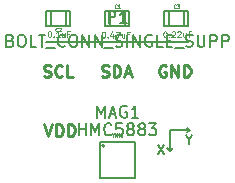
<source format=gto>
G04 (created by PCBNEW (2013-07-07 BZR 4022)-stable) date 8/5/2015 3:42:45 PM*
%MOIN*%
G04 Gerber Fmt 3.4, Leading zero omitted, Abs format*
%FSLAX34Y34*%
G01*
G70*
G90*
G04 APERTURE LIST*
%ADD10C,0.00590551*%
%ADD11C,0.0075*%
%ADD12C,0.00393701*%
%ADD13C,0.00295276*%
%ADD14C,0.00492126*%
%ADD15C,0.00984252*%
%ADD16C,0.005*%
%ADD17C,0.0024*%
G04 APERTURE END LIST*
G54D10*
G54D11*
X81129Y-58385D02*
X81129Y-58528D01*
X81029Y-58228D02*
X81129Y-58385D01*
X81229Y-58228D01*
X80090Y-58564D02*
X80290Y-58864D01*
X80290Y-58564D02*
X80090Y-58864D01*
G54D10*
X80504Y-58745D02*
X80608Y-58641D01*
G54D12*
X80395Y-58652D02*
X80395Y-58649D01*
G54D10*
X80494Y-58751D02*
X80395Y-58652D01*
X80495Y-58053D02*
X80495Y-58752D01*
X81150Y-58057D02*
X81073Y-58134D01*
X81146Y-58056D02*
X81079Y-57989D01*
X80501Y-58055D02*
X81144Y-58055D01*
G54D13*
X78593Y-58215D02*
X78593Y-58271D01*
X78554Y-58153D02*
X78593Y-58215D01*
X78633Y-58153D01*
X78661Y-58153D02*
X78740Y-58271D01*
X78740Y-58153D02*
X78661Y-58271D01*
X78785Y-58271D02*
X78785Y-58153D01*
X78852Y-58271D01*
X78852Y-58153D01*
X78908Y-58271D02*
X78908Y-58193D01*
X78908Y-58153D02*
X78903Y-58159D01*
X78908Y-58164D01*
X78914Y-58159D01*
X78908Y-58153D01*
X78908Y-58164D01*
G54D14*
X80319Y-54764D02*
X80337Y-54764D01*
X80356Y-54774D01*
X80365Y-54783D01*
X80375Y-54802D01*
X80384Y-54839D01*
X80384Y-54886D01*
X80375Y-54924D01*
X80365Y-54942D01*
X80356Y-54952D01*
X80337Y-54961D01*
X80319Y-54961D01*
X80300Y-54952D01*
X80290Y-54942D01*
X80281Y-54924D01*
X80272Y-54886D01*
X80272Y-54839D01*
X80281Y-54802D01*
X80290Y-54783D01*
X80300Y-54774D01*
X80319Y-54764D01*
X80469Y-54942D02*
X80478Y-54952D01*
X80469Y-54961D01*
X80459Y-54952D01*
X80469Y-54942D01*
X80469Y-54961D01*
X80553Y-54783D02*
X80562Y-54774D01*
X80581Y-54764D01*
X80628Y-54764D01*
X80647Y-54774D01*
X80656Y-54783D01*
X80665Y-54802D01*
X80665Y-54820D01*
X80656Y-54849D01*
X80544Y-54961D01*
X80665Y-54961D01*
X80740Y-54783D02*
X80750Y-54774D01*
X80769Y-54764D01*
X80815Y-54764D01*
X80834Y-54774D01*
X80844Y-54783D01*
X80853Y-54802D01*
X80853Y-54820D01*
X80844Y-54849D01*
X80731Y-54961D01*
X80853Y-54961D01*
X81022Y-54830D02*
X81022Y-54961D01*
X80937Y-54830D02*
X80937Y-54933D01*
X80947Y-54952D01*
X80965Y-54961D01*
X80994Y-54961D01*
X81012Y-54952D01*
X81022Y-54942D01*
X81181Y-54858D02*
X81115Y-54858D01*
X81115Y-54961D02*
X81115Y-54764D01*
X81209Y-54764D01*
X78269Y-54774D02*
X78288Y-54774D01*
X78307Y-54783D01*
X78316Y-54793D01*
X78326Y-54812D01*
X78335Y-54849D01*
X78335Y-54896D01*
X78326Y-54933D01*
X78316Y-54952D01*
X78307Y-54962D01*
X78288Y-54971D01*
X78269Y-54971D01*
X78251Y-54962D01*
X78241Y-54952D01*
X78232Y-54933D01*
X78223Y-54896D01*
X78223Y-54849D01*
X78232Y-54812D01*
X78241Y-54793D01*
X78251Y-54783D01*
X78269Y-54774D01*
X78419Y-54952D02*
X78429Y-54962D01*
X78419Y-54971D01*
X78410Y-54962D01*
X78419Y-54952D01*
X78419Y-54971D01*
X78597Y-54840D02*
X78597Y-54971D01*
X78551Y-54765D02*
X78504Y-54905D01*
X78626Y-54905D01*
X78682Y-54774D02*
X78813Y-54774D01*
X78729Y-54971D01*
X78972Y-54840D02*
X78972Y-54971D01*
X78888Y-54840D02*
X78888Y-54943D01*
X78897Y-54962D01*
X78916Y-54971D01*
X78944Y-54971D01*
X78963Y-54962D01*
X78972Y-54952D01*
X79132Y-54868D02*
X79066Y-54868D01*
X79066Y-54971D02*
X79066Y-54774D01*
X79160Y-54774D01*
X76469Y-54756D02*
X76488Y-54756D01*
X76507Y-54766D01*
X76516Y-54775D01*
X76526Y-54794D01*
X76535Y-54831D01*
X76535Y-54878D01*
X76526Y-54916D01*
X76516Y-54934D01*
X76507Y-54944D01*
X76488Y-54953D01*
X76469Y-54953D01*
X76451Y-54944D01*
X76441Y-54934D01*
X76432Y-54916D01*
X76423Y-54878D01*
X76423Y-54831D01*
X76432Y-54794D01*
X76441Y-54775D01*
X76451Y-54766D01*
X76469Y-54756D01*
X76619Y-54934D02*
X76629Y-54944D01*
X76619Y-54953D01*
X76610Y-54944D01*
X76619Y-54934D01*
X76619Y-54953D01*
X76816Y-54953D02*
X76704Y-54953D01*
X76760Y-54953D02*
X76760Y-54756D01*
X76741Y-54784D01*
X76723Y-54803D01*
X76704Y-54813D01*
X76985Y-54822D02*
X76985Y-54953D01*
X76901Y-54822D02*
X76901Y-54925D01*
X76910Y-54944D01*
X76929Y-54953D01*
X76957Y-54953D01*
X76976Y-54944D01*
X76985Y-54934D01*
X77144Y-54850D02*
X77079Y-54850D01*
X77079Y-54953D02*
X77079Y-54756D01*
X77172Y-54756D01*
G54D15*
X76305Y-57866D02*
X76437Y-58259D01*
X76568Y-57866D01*
X76699Y-58259D02*
X76699Y-57866D01*
X76793Y-57866D01*
X76849Y-57884D01*
X76886Y-57922D01*
X76905Y-57959D01*
X76924Y-58034D01*
X76924Y-58091D01*
X76905Y-58166D01*
X76886Y-58203D01*
X76849Y-58241D01*
X76793Y-58259D01*
X76699Y-58259D01*
X77093Y-58259D02*
X77093Y-57866D01*
X77186Y-57866D01*
X77243Y-57884D01*
X77280Y-57922D01*
X77299Y-57959D01*
X77318Y-58034D01*
X77318Y-58091D01*
X77299Y-58166D01*
X77280Y-58203D01*
X77243Y-58241D01*
X77186Y-58259D01*
X77093Y-58259D01*
X80359Y-55914D02*
X80321Y-55895D01*
X80265Y-55895D01*
X80209Y-55914D01*
X80172Y-55951D01*
X80153Y-55989D01*
X80134Y-56064D01*
X80134Y-56120D01*
X80153Y-56195D01*
X80172Y-56233D01*
X80209Y-56270D01*
X80265Y-56289D01*
X80303Y-56289D01*
X80359Y-56270D01*
X80378Y-56251D01*
X80378Y-56120D01*
X80303Y-56120D01*
X80546Y-56289D02*
X80546Y-55895D01*
X80771Y-56289D01*
X80771Y-55895D01*
X80959Y-56289D02*
X80959Y-55895D01*
X81053Y-55895D01*
X81109Y-55914D01*
X81146Y-55951D01*
X81165Y-55989D01*
X81184Y-56064D01*
X81184Y-56120D01*
X81165Y-56195D01*
X81146Y-56233D01*
X81109Y-56270D01*
X81053Y-56289D01*
X80959Y-56289D01*
X78222Y-56260D02*
X78278Y-56279D01*
X78372Y-56279D01*
X78410Y-56260D01*
X78428Y-56241D01*
X78447Y-56204D01*
X78447Y-56166D01*
X78428Y-56129D01*
X78410Y-56110D01*
X78372Y-56091D01*
X78297Y-56073D01*
X78260Y-56054D01*
X78241Y-56035D01*
X78222Y-55998D01*
X78222Y-55960D01*
X78241Y-55923D01*
X78260Y-55904D01*
X78297Y-55885D01*
X78391Y-55885D01*
X78447Y-55904D01*
X78616Y-56279D02*
X78616Y-55885D01*
X78710Y-55885D01*
X78766Y-55904D01*
X78803Y-55941D01*
X78822Y-55979D01*
X78841Y-56054D01*
X78841Y-56110D01*
X78822Y-56185D01*
X78803Y-56223D01*
X78766Y-56260D01*
X78710Y-56279D01*
X78616Y-56279D01*
X78991Y-56166D02*
X79178Y-56166D01*
X78953Y-56279D02*
X79085Y-55885D01*
X79216Y-56279D01*
X76291Y-56260D02*
X76347Y-56279D01*
X76441Y-56279D01*
X76478Y-56260D01*
X76497Y-56241D01*
X76516Y-56204D01*
X76516Y-56166D01*
X76497Y-56129D01*
X76478Y-56110D01*
X76441Y-56091D01*
X76366Y-56073D01*
X76328Y-56054D01*
X76309Y-56035D01*
X76291Y-55998D01*
X76291Y-55960D01*
X76309Y-55923D01*
X76328Y-55904D01*
X76366Y-55885D01*
X76459Y-55885D01*
X76516Y-55904D01*
X76909Y-56241D02*
X76891Y-56260D01*
X76834Y-56279D01*
X76797Y-56279D01*
X76741Y-56260D01*
X76703Y-56223D01*
X76684Y-56185D01*
X76666Y-56110D01*
X76666Y-56054D01*
X76684Y-55979D01*
X76703Y-55941D01*
X76741Y-55904D01*
X76797Y-55885D01*
X76834Y-55885D01*
X76891Y-55904D01*
X76909Y-55923D01*
X77266Y-56279D02*
X77078Y-56279D01*
X77078Y-55885D01*
G54D10*
X76377Y-55118D02*
X81102Y-55118D01*
X78149Y-58464D02*
X79330Y-58464D01*
X79330Y-58464D02*
X79330Y-59645D01*
X79330Y-59645D02*
X78149Y-59645D01*
X78149Y-59645D02*
X78149Y-58464D01*
X78149Y-58464D02*
X78149Y-58661D01*
X78307Y-58582D02*
G75*
G03X78307Y-58582I-39J0D01*
G74*
G01*
X78149Y-59055D02*
X78149Y-58858D01*
X78149Y-59055D02*
X78149Y-58464D01*
X78149Y-58464D02*
X79330Y-58464D01*
X79330Y-58464D02*
X79330Y-59055D01*
X79330Y-59055D02*
X79330Y-59645D01*
X79330Y-59645D02*
X78149Y-59645D01*
X78149Y-59645D02*
X78149Y-59055D01*
G54D16*
X76521Y-54580D02*
X76521Y-54080D01*
X77021Y-54580D02*
X77021Y-54090D01*
X77171Y-54580D02*
X76371Y-54580D01*
X76371Y-54580D02*
X76371Y-54080D01*
X76371Y-54080D02*
X77171Y-54080D01*
X77171Y-54080D02*
X77171Y-54580D01*
X80958Y-54080D02*
X80958Y-54580D01*
X80458Y-54080D02*
X80458Y-54570D01*
X80308Y-54080D02*
X81108Y-54080D01*
X81108Y-54080D02*
X81108Y-54580D01*
X81108Y-54580D02*
X80308Y-54580D01*
X80308Y-54580D02*
X80308Y-54080D01*
X78990Y-54080D02*
X78990Y-54580D01*
X78490Y-54080D02*
X78490Y-54570D01*
X78340Y-54080D02*
X79140Y-54080D01*
X79140Y-54080D02*
X79140Y-54580D01*
X79140Y-54580D02*
X78340Y-54580D01*
X78340Y-54580D02*
X78340Y-54080D01*
G54D10*
X78449Y-54490D02*
X78449Y-54096D01*
X78599Y-54096D01*
X78637Y-54115D01*
X78655Y-54133D01*
X78674Y-54171D01*
X78674Y-54227D01*
X78655Y-54265D01*
X78637Y-54283D01*
X78599Y-54302D01*
X78449Y-54302D01*
X79049Y-54490D02*
X78824Y-54490D01*
X78937Y-54490D02*
X78937Y-54096D01*
X78899Y-54152D01*
X78862Y-54190D01*
X78824Y-54208D01*
X75178Y-55071D02*
X75234Y-55089D01*
X75253Y-55108D01*
X75271Y-55146D01*
X75271Y-55202D01*
X75253Y-55239D01*
X75234Y-55258D01*
X75196Y-55277D01*
X75046Y-55277D01*
X75046Y-54883D01*
X75178Y-54883D01*
X75215Y-54902D01*
X75234Y-54921D01*
X75253Y-54958D01*
X75253Y-54996D01*
X75234Y-55033D01*
X75215Y-55052D01*
X75178Y-55071D01*
X75046Y-55071D01*
X75515Y-54883D02*
X75590Y-54883D01*
X75628Y-54902D01*
X75665Y-54940D01*
X75684Y-55014D01*
X75684Y-55146D01*
X75665Y-55221D01*
X75628Y-55258D01*
X75590Y-55277D01*
X75515Y-55277D01*
X75478Y-55258D01*
X75440Y-55221D01*
X75421Y-55146D01*
X75421Y-55014D01*
X75440Y-54940D01*
X75478Y-54902D01*
X75515Y-54883D01*
X76040Y-55277D02*
X75853Y-55277D01*
X75853Y-54883D01*
X76115Y-54883D02*
X76340Y-54883D01*
X76227Y-55277D02*
X76227Y-54883D01*
X76377Y-55314D02*
X76677Y-55314D01*
X76996Y-55239D02*
X76977Y-55258D01*
X76921Y-55277D01*
X76884Y-55277D01*
X76827Y-55258D01*
X76790Y-55221D01*
X76771Y-55183D01*
X76752Y-55108D01*
X76752Y-55052D01*
X76771Y-54977D01*
X76790Y-54940D01*
X76827Y-54902D01*
X76884Y-54883D01*
X76921Y-54883D01*
X76977Y-54902D01*
X76996Y-54921D01*
X77240Y-54883D02*
X77315Y-54883D01*
X77352Y-54902D01*
X77390Y-54940D01*
X77409Y-55014D01*
X77409Y-55146D01*
X77390Y-55221D01*
X77352Y-55258D01*
X77315Y-55277D01*
X77240Y-55277D01*
X77202Y-55258D01*
X77165Y-55221D01*
X77146Y-55146D01*
X77146Y-55014D01*
X77165Y-54940D01*
X77202Y-54902D01*
X77240Y-54883D01*
X77577Y-55277D02*
X77577Y-54883D01*
X77802Y-55277D01*
X77802Y-54883D01*
X77990Y-55277D02*
X77990Y-54883D01*
X78215Y-55277D01*
X78215Y-54883D01*
X78308Y-55314D02*
X78608Y-55314D01*
X78683Y-55258D02*
X78740Y-55277D01*
X78833Y-55277D01*
X78871Y-55258D01*
X78890Y-55239D01*
X78908Y-55202D01*
X78908Y-55164D01*
X78890Y-55127D01*
X78871Y-55108D01*
X78833Y-55089D01*
X78758Y-55071D01*
X78721Y-55052D01*
X78702Y-55033D01*
X78683Y-54996D01*
X78683Y-54958D01*
X78702Y-54921D01*
X78721Y-54902D01*
X78758Y-54883D01*
X78852Y-54883D01*
X78908Y-54902D01*
X79077Y-55277D02*
X79077Y-54883D01*
X79265Y-55277D02*
X79265Y-54883D01*
X79490Y-55277D01*
X79490Y-54883D01*
X79883Y-54902D02*
X79846Y-54883D01*
X79790Y-54883D01*
X79733Y-54902D01*
X79696Y-54940D01*
X79677Y-54977D01*
X79658Y-55052D01*
X79658Y-55108D01*
X79677Y-55183D01*
X79696Y-55221D01*
X79733Y-55258D01*
X79790Y-55277D01*
X79827Y-55277D01*
X79883Y-55258D01*
X79902Y-55239D01*
X79902Y-55108D01*
X79827Y-55108D01*
X80258Y-55277D02*
X80071Y-55277D01*
X80071Y-54883D01*
X80389Y-55071D02*
X80521Y-55071D01*
X80577Y-55277D02*
X80389Y-55277D01*
X80389Y-54883D01*
X80577Y-54883D01*
X80652Y-55314D02*
X80952Y-55314D01*
X81027Y-55258D02*
X81083Y-55277D01*
X81177Y-55277D01*
X81214Y-55258D01*
X81233Y-55239D01*
X81252Y-55202D01*
X81252Y-55164D01*
X81233Y-55127D01*
X81214Y-55108D01*
X81177Y-55089D01*
X81102Y-55071D01*
X81064Y-55052D01*
X81046Y-55033D01*
X81027Y-54996D01*
X81027Y-54958D01*
X81046Y-54921D01*
X81064Y-54902D01*
X81102Y-54883D01*
X81196Y-54883D01*
X81252Y-54902D01*
X81421Y-54883D02*
X81421Y-55202D01*
X81439Y-55239D01*
X81458Y-55258D01*
X81496Y-55277D01*
X81571Y-55277D01*
X81608Y-55258D01*
X81627Y-55239D01*
X81646Y-55202D01*
X81646Y-54883D01*
X81833Y-55277D02*
X81833Y-54883D01*
X81983Y-54883D01*
X82020Y-54902D01*
X82039Y-54921D01*
X82058Y-54958D01*
X82058Y-55014D01*
X82039Y-55052D01*
X82020Y-55071D01*
X81983Y-55089D01*
X81833Y-55089D01*
X82227Y-55277D02*
X82227Y-54883D01*
X82377Y-54883D01*
X82414Y-54902D01*
X82433Y-54921D01*
X82452Y-54958D01*
X82452Y-55014D01*
X82433Y-55052D01*
X82414Y-55071D01*
X82377Y-55089D01*
X82227Y-55089D01*
X78055Y-57639D02*
X78055Y-57245D01*
X78187Y-57527D01*
X78318Y-57245D01*
X78318Y-57639D01*
X78487Y-57527D02*
X78674Y-57527D01*
X78449Y-57639D02*
X78580Y-57245D01*
X78712Y-57639D01*
X79049Y-57264D02*
X79011Y-57245D01*
X78955Y-57245D01*
X78899Y-57264D01*
X78862Y-57302D01*
X78843Y-57339D01*
X78824Y-57414D01*
X78824Y-57470D01*
X78843Y-57545D01*
X78862Y-57583D01*
X78899Y-57620D01*
X78955Y-57639D01*
X78993Y-57639D01*
X79049Y-57620D01*
X79068Y-57602D01*
X79068Y-57470D01*
X78993Y-57470D01*
X79443Y-57639D02*
X79218Y-57639D01*
X79330Y-57639D02*
X79330Y-57245D01*
X79293Y-57302D01*
X79255Y-57339D01*
X79218Y-57358D01*
X77455Y-58230D02*
X77455Y-57836D01*
X77455Y-58023D02*
X77680Y-58023D01*
X77680Y-58230D02*
X77680Y-57836D01*
X77868Y-58230D02*
X77868Y-57836D01*
X77999Y-58117D01*
X78130Y-57836D01*
X78130Y-58230D01*
X78543Y-58192D02*
X78524Y-58211D01*
X78468Y-58230D01*
X78430Y-58230D01*
X78374Y-58211D01*
X78337Y-58173D01*
X78318Y-58136D01*
X78299Y-58061D01*
X78299Y-58005D01*
X78318Y-57930D01*
X78337Y-57892D01*
X78374Y-57855D01*
X78430Y-57836D01*
X78468Y-57836D01*
X78524Y-57855D01*
X78543Y-57874D01*
X78899Y-57836D02*
X78712Y-57836D01*
X78693Y-58023D01*
X78712Y-58005D01*
X78749Y-57986D01*
X78843Y-57986D01*
X78880Y-58005D01*
X78899Y-58023D01*
X78918Y-58061D01*
X78918Y-58155D01*
X78899Y-58192D01*
X78880Y-58211D01*
X78843Y-58230D01*
X78749Y-58230D01*
X78712Y-58211D01*
X78693Y-58192D01*
X79143Y-58005D02*
X79105Y-57986D01*
X79086Y-57967D01*
X79068Y-57930D01*
X79068Y-57911D01*
X79086Y-57874D01*
X79105Y-57855D01*
X79143Y-57836D01*
X79218Y-57836D01*
X79255Y-57855D01*
X79274Y-57874D01*
X79293Y-57911D01*
X79293Y-57930D01*
X79274Y-57967D01*
X79255Y-57986D01*
X79218Y-58005D01*
X79143Y-58005D01*
X79105Y-58023D01*
X79086Y-58042D01*
X79068Y-58080D01*
X79068Y-58155D01*
X79086Y-58192D01*
X79105Y-58211D01*
X79143Y-58230D01*
X79218Y-58230D01*
X79255Y-58211D01*
X79274Y-58192D01*
X79293Y-58155D01*
X79293Y-58080D01*
X79274Y-58042D01*
X79255Y-58023D01*
X79218Y-58005D01*
X79518Y-58005D02*
X79480Y-57986D01*
X79461Y-57967D01*
X79443Y-57930D01*
X79443Y-57911D01*
X79461Y-57874D01*
X79480Y-57855D01*
X79518Y-57836D01*
X79593Y-57836D01*
X79630Y-57855D01*
X79649Y-57874D01*
X79668Y-57911D01*
X79668Y-57930D01*
X79649Y-57967D01*
X79630Y-57986D01*
X79593Y-58005D01*
X79518Y-58005D01*
X79480Y-58023D01*
X79461Y-58042D01*
X79443Y-58080D01*
X79443Y-58155D01*
X79461Y-58192D01*
X79480Y-58211D01*
X79518Y-58230D01*
X79593Y-58230D01*
X79630Y-58211D01*
X79649Y-58192D01*
X79668Y-58155D01*
X79668Y-58080D01*
X79649Y-58042D01*
X79630Y-58023D01*
X79593Y-58005D01*
X79799Y-57836D02*
X80043Y-57836D01*
X79911Y-57986D01*
X79968Y-57986D01*
X80005Y-58005D01*
X80024Y-58023D01*
X80043Y-58061D01*
X80043Y-58155D01*
X80024Y-58192D01*
X80005Y-58211D01*
X79968Y-58230D01*
X79855Y-58230D01*
X79818Y-58211D01*
X79799Y-58192D01*
G54D17*
X76751Y-54757D02*
X76746Y-54762D01*
X76729Y-54768D01*
X76718Y-54768D01*
X76701Y-54762D01*
X76690Y-54751D01*
X76684Y-54740D01*
X76678Y-54717D01*
X76678Y-54701D01*
X76684Y-54678D01*
X76690Y-54667D01*
X76701Y-54656D01*
X76718Y-54650D01*
X76729Y-54650D01*
X76746Y-54656D01*
X76751Y-54661D01*
X76796Y-54661D02*
X76802Y-54656D01*
X76813Y-54650D01*
X76841Y-54650D01*
X76853Y-54656D01*
X76858Y-54661D01*
X76864Y-54672D01*
X76864Y-54684D01*
X76858Y-54701D01*
X76791Y-54768D01*
X76864Y-54768D01*
X80688Y-53977D02*
X80683Y-53982D01*
X80666Y-53988D01*
X80655Y-53988D01*
X80638Y-53982D01*
X80627Y-53971D01*
X80621Y-53960D01*
X80615Y-53937D01*
X80615Y-53921D01*
X80621Y-53898D01*
X80627Y-53887D01*
X80638Y-53876D01*
X80655Y-53870D01*
X80666Y-53870D01*
X80683Y-53876D01*
X80688Y-53881D01*
X80728Y-53870D02*
X80801Y-53870D01*
X80762Y-53915D01*
X80778Y-53915D01*
X80790Y-53921D01*
X80795Y-53926D01*
X80801Y-53937D01*
X80801Y-53965D01*
X80795Y-53977D01*
X80790Y-53982D01*
X80778Y-53988D01*
X80745Y-53988D01*
X80733Y-53982D01*
X80728Y-53977D01*
X78720Y-53977D02*
X78714Y-53982D01*
X78698Y-53988D01*
X78686Y-53988D01*
X78669Y-53982D01*
X78658Y-53971D01*
X78653Y-53960D01*
X78647Y-53937D01*
X78647Y-53921D01*
X78653Y-53898D01*
X78658Y-53887D01*
X78669Y-53876D01*
X78686Y-53870D01*
X78698Y-53870D01*
X78714Y-53876D01*
X78720Y-53881D01*
X78832Y-53988D02*
X78765Y-53988D01*
X78799Y-53988D02*
X78799Y-53870D01*
X78787Y-53887D01*
X78776Y-53898D01*
X78765Y-53904D01*
M02*

</source>
